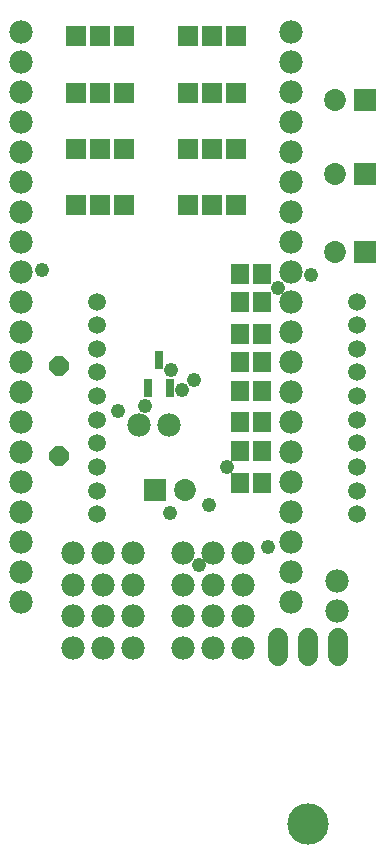
<source format=gts>
G75*
G70*
%OFA0B0*%
%FSLAX24Y24*%
%IPPOS*%
%LPD*%
%AMOC8*
5,1,8,0,0,1.08239X$1,22.5*
%
%ADD10C,0.0780*%
%ADD11R,0.0300X0.0600*%
%ADD12OC8,0.0640*%
%ADD13R,0.0730X0.0730*%
%ADD14C,0.0730*%
%ADD15C,0.0595*%
%ADD16R,0.0674X0.0674*%
%ADD17R,0.0592X0.0671*%
%ADD18C,0.0680*%
%ADD19C,0.1380*%
%ADD20C,0.0480*%
D10*
X012704Y009130D03*
X012704Y010130D03*
X012704Y011130D03*
X012704Y012130D03*
X012704Y013130D03*
X012704Y014130D03*
X012704Y015130D03*
X012704Y016130D03*
X012704Y017130D03*
X012704Y018130D03*
X012704Y019130D03*
X012704Y020130D03*
X012704Y021130D03*
X012704Y022130D03*
X012704Y023130D03*
X012704Y024130D03*
X012704Y025130D03*
X012704Y026130D03*
X012704Y027130D03*
X012704Y028130D03*
X021704Y028130D03*
X021704Y027130D03*
X021704Y026130D03*
X021704Y025130D03*
X021704Y024130D03*
X021704Y023130D03*
X021704Y022130D03*
X021704Y021130D03*
X021704Y020130D03*
X021704Y019130D03*
X021704Y018130D03*
X021704Y017130D03*
X021704Y016130D03*
X021704Y015130D03*
X021704Y014130D03*
X021704Y013130D03*
X021704Y012130D03*
X021704Y011130D03*
X021704Y010130D03*
X023239Y009839D03*
X021704Y009130D03*
X023239Y008839D03*
X020105Y008658D03*
X019105Y008658D03*
X018105Y008658D03*
X018105Y009721D03*
X019105Y009721D03*
X020105Y009721D03*
X020105Y010784D03*
X019105Y010784D03*
X018105Y010784D03*
X016444Y010784D03*
X015444Y010784D03*
X014444Y010784D03*
X014444Y009721D03*
X015444Y009721D03*
X016444Y009721D03*
X016444Y008658D03*
X015444Y008658D03*
X014444Y008658D03*
X014444Y007595D03*
X015444Y007595D03*
X016444Y007595D03*
X018105Y007595D03*
X019105Y007595D03*
X020105Y007595D03*
X017645Y015028D03*
X016645Y015028D03*
D11*
X016936Y016271D03*
X017676Y016271D03*
X017306Y017211D03*
D12*
X013987Y017020D03*
X013987Y014020D03*
D13*
X017160Y012882D03*
X024160Y020819D03*
X024180Y023418D03*
X024180Y025870D03*
D14*
X023180Y025870D03*
X023180Y023418D03*
X023160Y020819D03*
X018160Y012882D03*
D15*
X015251Y012855D03*
X015251Y013642D03*
X015251Y014430D03*
X015251Y015217D03*
X015251Y016004D03*
X015251Y016792D03*
X015251Y017579D03*
X015251Y018367D03*
X015251Y019154D03*
X023912Y019154D03*
X023912Y018367D03*
X023912Y017579D03*
X023912Y016792D03*
X023912Y016004D03*
X023912Y015217D03*
X023912Y014430D03*
X023912Y013642D03*
X023912Y012855D03*
X023912Y012067D03*
X015251Y012067D03*
D16*
X015341Y022359D03*
X014554Y022359D03*
X016129Y022359D03*
X018290Y022359D03*
X019078Y022359D03*
X019865Y022359D03*
X019865Y024241D03*
X019078Y024241D03*
X018290Y024241D03*
X016129Y024241D03*
X015341Y024241D03*
X014554Y024241D03*
X014554Y026122D03*
X015341Y026122D03*
X016129Y026122D03*
X018290Y026122D03*
X019078Y026122D03*
X019865Y026122D03*
X019865Y028004D03*
X019078Y028004D03*
X018290Y028004D03*
X016129Y028004D03*
X015341Y028004D03*
X014554Y028004D03*
D17*
X020003Y020087D03*
X020751Y020087D03*
X020751Y019142D03*
X020003Y019142D03*
X020003Y018079D03*
X020751Y018079D03*
X020751Y017134D03*
X020003Y017134D03*
X020003Y016189D03*
X020751Y016189D03*
X020751Y015126D03*
X020003Y015126D03*
X020003Y014181D03*
X020751Y014181D03*
X020751Y013119D03*
X020003Y013119D03*
D18*
X021267Y007950D02*
X021267Y007350D01*
X022267Y007350D02*
X022267Y007950D01*
X023267Y007950D02*
X023267Y007350D01*
D19*
X022267Y001750D03*
D20*
X018625Y010363D03*
X017680Y012095D03*
X018960Y012370D03*
X019570Y013650D03*
X016853Y015658D03*
X015948Y015500D03*
X017700Y016878D03*
X018074Y016209D03*
X018467Y016544D03*
X021282Y019615D03*
X022385Y020048D03*
X013408Y020205D03*
X020928Y010973D03*
M02*

</source>
